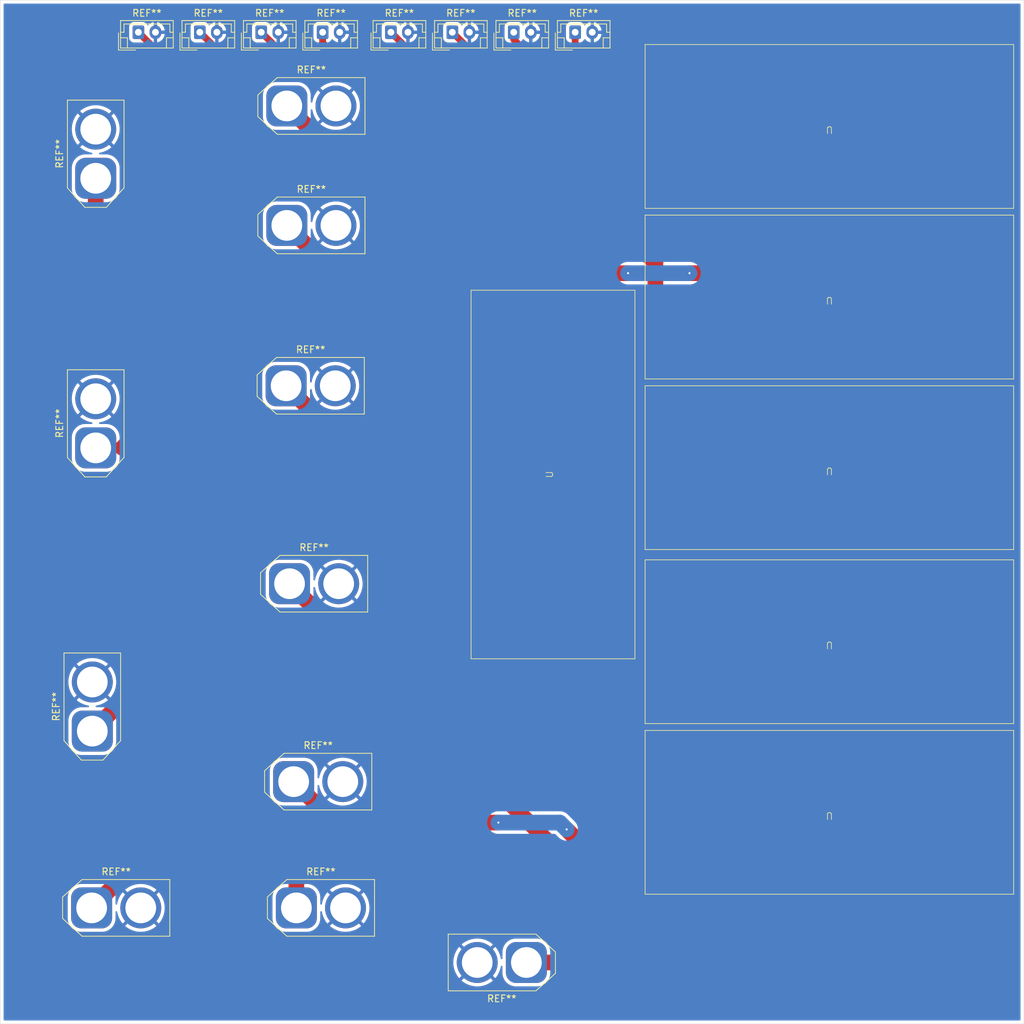
<source format=kicad_pcb>
(kicad_pcb (version 20241229) (generator "pcbnew") (generator_version "9.0")
  (layers (0 "F.Cu" signal) (2 "B.Cu" signal) (13 "F.Paste" user) (15 "B.Paste" user) (5 "F.SilkS" user "F.Silkscreen") (7 "B.SilkS" user "B.Silkscreen") (1 "F.Mask" user) (3 "B.Mask" user) (25 "Edge.Cuts" user))
  (net 0 "")
  (net 1 "GND")
  (footprint "Connector_AMASS:AMASS_XT60-F_1x02_P7.20mm_Vertical" (layer "F.Cu") (at 113.5 129)
    (property "Reference" "REF**" (at 3.6 -5.3 0) (layer "F.SilkS"))
    (property "Value" "AMASS_XT60-F_1x02_P7.20mm_Vertical")
    (fp_line (start -4.25 -1.6) (end -4.25 1.55) (stroke (width 0.12)) (layer "F.SilkS"))
    (fp_line (start -4.25 1.55) (end -1.4 4.15) (stroke (width 0.12)) (layer "F.SilkS"))
    (fp_line (start -1.4 -4.15) (end -4.25 -1.6) (stroke (width 0.12)) (layer "F.SilkS"))
    (fp_line (start -1.4 4.15) (end 11.45 4.15) (stroke (width 0.12)) (layer "F.SilkS"))
    (fp_line (start 11.45 -4.15) (end -1.4 -4.15) (stroke (width 0.12)) (layer "F.SilkS"))
    (fp_line (start 11.45 4.15) (end 11.45 -4.15) (stroke (width 0.12)) (layer "F.SilkS"))
    (pad "1" thru_hole roundrect (at 0 0) (size 6 6) (drill 4.5) (layers "*.Cu" "*.Mask"))
    (pad "2" thru_hole circle (at 7.2 0) (size 6 6) (drill 4.5) (layers "*.Cu" "*.Mask") (net 1 "GND"))
  )
  (footprint "Connector_AMASS:AMASS_XT60-F_1x02_P7.20mm_Vertical" (layer "F.Cu") (at 112.9 100)
    (property "Reference" "REF**" (at 3.6 -5.3 0) (layer "F.SilkS"))
    (property "Value" "AMASS_XT60-F_1x02_P7.20mm_Vertical")
    (fp_line (start -4.25 -1.6) (end -4.25 1.55) (stroke (width 0.12)) (layer "F.SilkS"))
    (fp_line (start -4.25 1.55) (end -1.4 4.15) (stroke (width 0.12)) (layer "F.SilkS"))
    (fp_line (start -1.4 -4.15) (end -4.25 -1.6) (stroke (width 0.12)) (layer "F.SilkS"))
    (fp_line (start -1.4 4.15) (end 11.45 4.15) (stroke (width 0.12)) (layer "F.SilkS"))
    (fp_line (start 11.45 -4.15) (end -1.4 -4.15) (stroke (width 0.12)) (layer "F.SilkS"))
    (fp_line (start 11.45 4.15) (end 11.45 -4.15) (stroke (width 0.12)) (layer "F.SilkS"))
    (pad "1" thru_hole roundrect (at 0 0) (size 6 6) (drill 4.5) (layers "*.Cu" "*.Mask"))
    (pad "2" thru_hole circle (at 7.2 0) (size 6 6) (drill 4.5) (layers "*.Cu" "*.Mask") (net 1 "GND"))
  )
  (footprint "Connector_JST:JST_EH_B2B-EH-A_1x02_P2.50mm_Vertical" (layer "F.Cu") (at 154.75 19.2)
    (property "Reference" "REF**" (at 1.25 -2.8 0) (layer "F.SilkS"))
    (property "Value" "JST_EH_B2B-EH-A_1x02_P2.50mm_Vertical")
    (fp_line (start -2.91 0.11) (end -2.91 2.61) (stroke (width 0.12)) (layer "F.SilkS") (net 108))
    (fp_line (start -2.91 2.61) (end -0.41 2.61) (stroke (width 0.12)) (layer "F.SilkS") (net 108))
    (fp_line (start -2.61 -1.71) (end -2.61 2.31) (stroke (width 0.12)) (layer "F.SilkS") (net 108))
    (fp_line (start -2.61 0) (end -2.11 0) (stroke (width 0.12)) (layer "F.SilkS") (net 108))
    (fp_line (start -2.61 0.81) (end -1.61 0.81) (stroke (width 0.12)) (layer "F.SilkS") (net 108))
    (fp_line (start -2.61 2.31) (end 5.11 2.31) (stroke (width 0.12)) (layer "F.SilkS") (net 108))
    (fp_line (start -2.11 -1.21) (end 4.61 -1.21) (stroke (width 0.12)) (layer "F.SilkS") (net 108))
    (fp_line (start -2.11 0) (end -2.11 -1.21) (stroke (width 0.12)) (layer "F.SilkS") (net 108))
    (fp_line (start -1.61 0.81) (end -1.61 2.31) (stroke (width 0.12)) (layer "F.SilkS") (net 108))
    (fp_line (start 4.11 0.81) (end 4.11 2.31) (stroke (width 0.12)) (layer "F.SilkS") (net 108))
    (fp_line (start 4.61 -1.21) (end 4.61 0) (stroke (width 0.12)) (layer "F.SilkS") (net 108))
    (fp_line (start 4.61 0) (end 5.11 0) (stroke (width 0.12)) (layer "F.SilkS") (net 108))
    (fp_line (start 5.11 -1.71) (end -2.61 -1.71) (stroke (width 0.12)) (layer "F.SilkS") (net 108))
    (fp_line (start 5.11 0.81) (end 4.11 0.81) (stroke (width 0.12)) (layer "F.SilkS") (net 108))
    (fp_line (start 5.11 2.31) (end 5.11 -1.71) (stroke (width 0.12)) (layer "F.SilkS") (net 108))
    (pad "1" thru_hole roundrect (at 0 0) (size 1.7 2) (drill 1) (layers "*.Cu" "*.Mask") (roundrect_rratio 0.147059))
    (pad "2" thru_hole oval (at 2.5 0) (size 1.7 2) (drill 1) (layers "*.Cu" "*.Mask") (net 1 "GND"))
  )
  (footprint "Connector_JST:JST_EH_B2B-EH-A_1x02_P2.50mm_Vertical" (layer "F.Cu") (at 90.75 19.2)
    (property "Reference" "REF**" (at 1.25 -2.8 0) (layer "F.SilkS"))
    (property "Value" "JST_EH_B2B-EH-A_1x02_P2.50mm_Vertical")
    (fp_line (start -2.91 0.11) (end -2.91 2.61) (stroke (width 0.12)) (layer "F.SilkS") (net 108))
    (fp_line (start -2.91 2.61) (end -0.41 2.61) (stroke (width 0.12)) (layer "F.SilkS") (net 108))
    (fp_line (start -2.61 -1.71) (end -2.61 2.31) (stroke (width 0.12)) (layer "F.SilkS") (net 108))
    (fp_line (start -2.61 0) (end -2.11 0) (stroke (width 0.12)) (layer "F.SilkS") (net 108))
    (fp_line (start -2.61 0.81) (end -1.61 0.81) (stroke (width 0.12)) (layer "F.SilkS") (net 108))
    (fp_line (start -2.61 2.31) (end 5.11 2.31) (stroke (width 0.12)) (layer "F.SilkS") (net 108))
    (fp_line (start -2.11 -1.21) (end 4.61 -1.21) (stroke (width 0.12)) (layer "F.SilkS") (net 108))
    (fp_line (start -2.11 0) (end -2.11 -1.21) (stroke (width 0.12)) (layer "F.SilkS") (net 108))
    (fp_line (start -1.61 0.81) (end -1.61 2.31) (stroke (width 0.12)) (layer "F.SilkS") (net 108))
    (fp_line (start 4.11 0.81) (end 4.11 2.31) (stroke (width 0.12)) (layer "F.SilkS") (net 108))
    (fp_line (start 4.61 -1.21) (end 4.61 0) (stroke (width 0.12)) (layer "F.SilkS") (net 108))
    (fp_line (start 4.61 0) (end 5.11 0) (stroke (width 0.12)) (layer "F.SilkS") (net 108))
    (fp_line (start 5.11 -1.71) (end -2.61 -1.71) (stroke (width 0.12)) (layer "F.SilkS") (net 108))
    (fp_line (start 5.11 0.81) (end 4.11 0.81) (stroke (width 0.12)) (layer "F.SilkS") (net 108))
    (fp_line (start 5.11 2.31) (end 5.11 -1.71) (stroke (width 0.12)) (layer "F.SilkS") (net 108))
    (pad "1" thru_hole roundrect (at 0 0) (size 1.7 2) (drill 1) (layers "*.Cu" "*.Mask") (roundrect_rratio 0.147059))
    (pad "2" thru_hole oval (at 2.5 0) (size 1.7 2) (drill 1) (layers "*.Cu" "*.Mask") (net 1 "GND"))
  )
  (footprint "Connector_JST:JST_EH_B2B-EH-A_1x02_P2.50mm_Vertical" (layer "F.Cu") (at 117.75 19.2)
    (property "Reference" "REF**" (at 1.25 -2.8 0) (layer "F.SilkS"))
    (property "Value" "JST_EH_B2B-EH-A_1x02_P2.50mm_Vertical")
    (fp_line (start -2.91 0.11) (end -2.91 2.61) (stroke (width 0.12)) (layer "F.SilkS") (net 108))
    (fp_line (start -2.91 2.61) (end -0.41 2.61) (stroke (width 0.12)) (layer "F.SilkS") (net 108))
    (fp_line (start -2.61 -1.71) (end -2.61 2.31) (stroke (width 0.12)) (layer "F.SilkS") (net 108))
    (fp_line (start -2.61 0) (end -2.11 0) (stroke (width 0.12)) (layer "F.SilkS") (net 108))
    (fp_line (start -2.61 0.81) (end -1.61 0.81) (stroke (width 0.12)) (layer "F.SilkS") (net 108))
    (fp_line (start -2.61 2.31) (end 5.11 2.31) (stroke (width 0.12)) (layer "F.SilkS") (net 108))
    (fp_line (start -2.11 -1.21) (end 4.61 -1.21) (stroke (width 0.12)) (layer "F.SilkS") (net 108))
    (fp_line (start -2.11 0) (end -2.11 -1.21) (stroke (width 0.12)) (layer "F.SilkS") (net 108))
    (fp_line (start -1.61 0.81) (end -1.61 2.31) (stroke (width 0.12)) (layer "F.SilkS") (net 108))
    (fp_line (start 4.11 0.81) (end 4.11 2.31) (stroke (width 0.12)) (layer "F.SilkS") (net 108))
    (fp_line (start 4.61 -1.21) (end 4.61 0) (stroke (width 0.12)) (layer "F.SilkS") (net 108))
    (fp_line (start 4.61 0) (end 5.11 0) (stroke (width 0.12)) (layer "F.SilkS") (net 108))
    (fp_line (start 5.11 -1.71) (end -2.61 -1.71) (stroke (width 0.12)) (layer "F.SilkS") (net 108))
    (fp_line (start 5.11 0.81) (end 4.11 0.81) (stroke (width 0.12)) (layer "F.SilkS") (net 108))
    (fp_line (start 5.11 2.31) (end 5.11 -1.71) (stroke (width 0.12)) (layer "F.SilkS") (net 108))
    (pad "1" thru_hole roundrect (at 0 0) (size 1.7 2) (drill 1) (layers "*.Cu" "*.Mask") (roundrect_rratio 0.147059))
    (pad "2" thru_hole oval (at 2.5 0) (size 1.7 2) (drill 1) (layers "*.Cu" "*.Mask") (net 1 "GND"))
  )
  (footprint "XL4015:XL4015" (layer "F.Cu") (at 192 58 180)
    (property "Reference" "U" (at 0 -0.5 180) (layer "F.SilkS") (effects (font (thickness 0.1))))
    (property "Value" "XL4015")
    (fp_line (start 27 12) (end -27 12) (stroke (width 0.1)) (layer "F.SilkS"))
    (fp_line (start 27 -12) (end 27 12) (stroke (width 0.1)) (layer "F.SilkS"))
    (fp_line (start -27 12) (end -27 -12) (stroke (width 0.1)) (layer "F.SilkS"))
    (fp_line (start -27 -12) (end 27 -12) (stroke (width 0.1)) (layer "F.SilkS"))
    (pad "1" smd rect (at -25.5 -10.5 180) (size 2 2) (layers "F.Cu" "F.Mask" "F.Paste"))
    (pad "2" smd rect (at -25.5 10.5 180) (size 2 2) (layers "F.Cu" "F.Mask" "F.Paste") (net 1 "GND"))
    (pad "3" smd rect (at 25.5 -10.5 180) (size 2 2) (layers "F.Cu" "F.Mask" "F.Paste"))
    (pad "4" smd rect (at 25.5 10.5 180) (size 2 2) (layers "F.Cu" "F.Mask" "F.Paste") (net 1 "GND"))
  )
  (footprint "XL4015:XL4015" (layer "F.Cu") (at 192 83 180)
    (property "Reference" "U" (at 0 -0.5 180) (layer "F.SilkS") (effects (font (thickness 0.1))))
    (property "Value" "XL4015")
    (fp_line (start 27 12) (end -27 12) (stroke (width 0.1)) (layer "F.SilkS"))
    (fp_line (start 27 -12) (end 27 12) (stroke (width 0.1)) (layer "F.SilkS"))
    (fp_line (start -27 12) (end -27 -12) (stroke (width 0.1)) (layer "F.SilkS"))
    (fp_line (start -27 -12) (end 27 -12) (stroke (width 0.1)) (layer "F.SilkS"))
    (pad "1" smd rect (at -25.5 -10.5 180) (size 2 2) (layers "F.Cu" "F.Mask" "F.Paste"))
    (pad "2" smd rect (at -25.5 10.5 180) (size 2 2) (layers "F.Cu" "F.Mask" "F.Paste") (net 1 "GND"))
    (pad "3" smd rect (at 25.5 -10.5 180) (size 2 2) (layers "F.Cu" "F.Mask" "F.Paste"))
    (pad "4" smd rect (at 25.5 10.5 180) (size 2 2) (layers "F.Cu" "F.Mask" "F.Paste") (net 1 "GND"))
  )
  (footprint "Connector_JST:JST_EH_B2B-EH-A_1x02_P2.50mm_Vertical" (layer "F.Cu") (at 108.75 19.2)
    (property "Reference" "REF**" (at 1.25 -2.8 0) (layer "F.SilkS"))
    (property "Value" "JST_EH_B2B-EH-A_1x02_P2.50mm_Vertical")
    (fp_line (start -2.91 0.11) (end -2.91 2.61) (stroke (width 0.12)) (layer "F.SilkS") (net 108))
    (fp_line (start -2.91 2.61) (end -0.41 2.61) (stroke (width 0.12)) (layer "F.SilkS") (net 108))
    (fp_line (start -2.61 -1.71) (end -2.61 2.31) (stroke (width 0.12)) (layer "F.SilkS") (net 108))
    (fp_line (start -2.61 0) (end -2.11 0) (stroke (width 0.12)) (layer "F.SilkS") (net 108))
    (fp_line (start -2.61 0.81) (end -1.61 0.81) (stroke (width 0.12)) (layer "F.SilkS") (net 108))
    (fp_line (start -2.61 2.31) (end 5.11 2.31) (stroke (width 0.12)) (layer "F.SilkS") (net 108))
    (fp_line (start -2.11 -1.21) (end 4.61 -1.21) (stroke (width 0.12)) (layer "F.SilkS") (net 108))
    (fp_line (start -2.11 0) (end -2.11 -1.21) (stroke (width 0.12)) (layer "F.SilkS") (net 108))
    (fp_line (start -1.61 0.81) (end -1.61 2.31) (stroke (width 0.12)) (layer "F.SilkS") (net 108))
    (fp_line (start 4.11 0.81) (end 4.11 2.31) (stroke (width 0.12)) (layer "F.SilkS") (net 108))
    (fp_line (start 4.61 -1.21) (end 4.61 0) (stroke (width 0.12)) (layer "F.SilkS") (net 108))
    (fp_line (start 4.61 0) (end 5.11 0) (stroke (width 0.12)) (layer "F.SilkS") (net 108))
    (fp_line (start 5.11 -1.71) (end -2.61 -1.71) (stroke (width 0.12)) (layer "F.SilkS") (net 108))
    (fp_line (start 5.11 0.81) (end 4.11 0.81) (stroke (width 0.12)) (layer "F.SilkS") (net 108))
    (fp_line (start 5.11 2.31) (end 5.11 -1.71) (stroke (width 0.12)) (layer "F.SilkS") (net 108))
    (pad "1" thru_hole roundrect (at 0 0) (size 1.7 2) (drill 1) (layers "*.Cu" "*.Mask") (roundrect_rratio 0.147059))
    (pad "2" thru_hole oval (at 2.5 0) (size 1.7 2) (drill 1) (layers "*.Cu" "*.Mask") (net 1 "GND"))
  )
  (footprint "Connector_AMASS:AMASS_XT60-F_1x02_P7.20mm_Vertical" (layer "F.Cu") (at 112.4 71)
    (property "Reference" "REF**" (at 3.6 -5.3 0) (layer "F.SilkS"))
    (property "Value" "AMASS_XT60-F_1x02_P7.20mm_Vertical")
    (fp_line (start -4.25 -1.6) (end -4.25 1.55) (stroke (width 0.12)) (layer "F.SilkS"))
    (fp_line (start -4.25 1.55) (end -1.4 4.15) (stroke (width 0.12)) (layer "F.SilkS"))
    (fp_line (start -1.4 -4.15) (end -4.25 -1.6) (stroke (width 0.12)) (layer "F.SilkS"))
    (fp_line (start -1.4 4.15) (end 11.45 4.15) (stroke (width 0.12)) (layer "F.SilkS"))
    (fp_line (start 11.45 -4.15) (end -1.4 -4.15) (stroke (width 0.12)) (layer "F.SilkS"))
    (fp_line (start 11.45 4.15) (end 11.45 -4.15) (stroke (width 0.12)) (layer "F.SilkS"))
    (pad "1" thru_hole roundrect (at 0 0) (size 6 6) (drill 4.5) (layers "*.Cu" "*.Mask"))
    (pad "2" thru_hole circle (at 7.2 0) (size 6 6) (drill 4.5) (layers "*.Cu" "*.Mask") (net 1 "GND"))
  )
  (footprint "Connector_AMASS:AMASS_XT60-F_1x02_P7.20mm_Vertical" (layer "F.Cu") (at 84.5 80.1 90)
    (property "Reference" "REF**" (at 3.6 -5.3 90) (layer "F.SilkS"))
    (property "Value" "AMASS_XT60-F_1x02_P7.20mm_Vertical")
    (fp_line (start 11.45 -4.15) (end -1.4 -4.15) (stroke (width 0.12)) (layer "F.SilkS"))
    (fp_line (start -1.4 -4.15) (end -4.25 -1.6) (stroke (width 0.12)) (layer "F.SilkS"))
    (fp_line (start -4.25 -1.6) (end -4.25 1.55) (stroke (width 0.12)) (layer "F.SilkS"))
    (fp_line (start -4.25 1.55) (end -1.4 4.15) (stroke (width 0.12)) (layer "F.SilkS"))
    (fp_line (start 11.45 4.15) (end 11.45 -4.15) (stroke (width 0.12)) (layer "F.SilkS"))
    (fp_line (start -1.4 4.15) (end 11.45 4.15) (stroke (width 0.12)) (layer "F.SilkS"))
    (pad "1" thru_hole roundrect (at 0 0 90) (size 6 6) (drill 4.5) (layers "*.Cu" "*.Mask"))
    (pad "2" thru_hole circle (at 7.2 0 90) (size 6 6) (drill 4.5) (layers "*.Cu" "*.Mask") (net 1 "GND"))
  )
  (footprint "Connector_JST:JST_EH_B2B-EH-A_1x02_P2.50mm_Vertical" (layer "F.Cu") (at 99.75 19.2)
    (property "Reference" "REF**" (at 1.25 -2.8 0) (layer "F.SilkS"))
    (property "Value" "JST_EH_B2B-EH-A_1x02_P2.50mm_Vertical")
    (fp_line (start -2.91 0.11) (end -2.91 2.61) (stroke (width 0.12)) (layer "F.SilkS") (net 108))
    (fp_line (start -2.91 2.61) (end -0.41 2.61) (stroke (width 0.12)) (layer "F.SilkS") (net 108))
    (fp_line (start -2.61 -1.71) (end -2.61 2.31) (stroke (width 0.12)) (layer "F.SilkS") (net 108))
    (fp_line (start -2.61 0) (end -2.11 0) (stroke (width 0.12)) (layer "F.SilkS") (net 108))
    (fp_line (start -2.61 0.81) (end -1.61 0.81) (stroke (width 0.12)) (layer "F.SilkS") (net 108))
    (fp_line (start -2.61 2.31) (end 5.11 2.31) (stroke (width 0.12)) (layer "F.SilkS") (net 108))
    (fp_line (start -2.11 -1.21) (end 4.61 -1.21) (stroke (width 0.12)) (layer "F.SilkS") (net 108))
    (fp_line (start -2.11 0) (end -2.11 -1.21) (stroke (width 0.12)) (layer "F.SilkS") (net 108))
    (fp_line (start -1.61 0.81) (end -1.61 2.31) (stroke (width 0.12)) (layer "F.SilkS") (net 108))
    (fp_line (start 4.11 0.81) (end 4.11 2.31) (stroke (width 0.12)) (layer "F.SilkS") (net 108))
    (fp_line (start 4.61 -1.21) (end 4.61 0) (stroke (width 0.12)) (layer "F.SilkS") (net 108))
    (fp_line (start 4.61 0) (end 5.11 0) (stroke (width 0.12)) (layer "F.SilkS") (net 108))
    (fp_line (start 5.11 -1.71) (end -2.61 -1.71) (stroke (width 0.12)) (layer "F.SilkS") (net 108))
    (fp_line (start 5.11 0.81) (end 4.11 0.81) (stroke (width 0.12)) (layer "F.SilkS") (net 108))
    (fp_line (start 5.11 2.31) (end 5.11 -1.71) (stroke (width 0.12)) (layer "F.SilkS") (net 108))
    (pad "1" thru_hole roundrect (at 0 0) (size 1.7 2) (drill 1) (layers "*.Cu" "*.Mask") (roundrect_rratio 0.147059))
    (pad "2" thru_hole oval (at 2.5 0) (size 1.7 2) (drill 1) (layers "*.Cu" "*.Mask") (net 1 "GND"))
  )
  (footprint "XL4015:XL4015" (layer "F.Cu") (at 151.5 84 90)
    (property "Reference" "U" (at 0 -0.5 90) (layer "F.SilkS") (effects (font (thickness 0.1))))
    (property "Value" "XL4015")
    (fp_line (start 27 -12) (end 27 12) (stroke (width 0.1)) (layer "F.SilkS"))
    (fp_line (start -27 -12) (end 27 -12) (stroke (width 0.1)) (layer "F.SilkS"))
    (fp_line (start 27 12) (end -27 12) (stroke (width 0.1)) (layer "F.SilkS"))
    (fp_line (start -27 12) (end -27 -12) (stroke (width 0.1)) (layer "F.SilkS"))
    (pad "1" smd rect (at -25.5 -10.5 90) (size 2 2) (layers "F.Cu" "F.Mask" "F.Paste"))
    (pad "2" smd rect (at -25.5 10.5 90) (size 2 2) (layers "F.Cu" "F.Mask" "F.Paste") (net 1 "GND"))
    (pad "3" smd rect (at 25.5 -10.5 90) (size 2 2) (layers "F.Cu" "F.Mask" "F.Paste"))
    (pad "4" smd rect (at 25.5 10.5 90) (size 2 2) (layers "F.Cu" "F.Mask" "F.Paste") (net 1 "GND"))
  )
  (footprint "XL4015:XL4015" (layer "F.Cu") (at 192 108.5 180)
    (property "Reference" "U" (at 0 -0.5 180) (layer "F.SilkS") (effects (font (thickness 0.1))))
    (property "Value" "XL4015")
    (fp_line (start 27 12) (end -27 12) (stroke (width 0.1)) (layer "F.SilkS"))
    (fp_line (start 27 -12) (end 27 12) (stroke (width 0.1)) (layer "F.SilkS"))
    (fp_line (start -27 12) (end -27 -12) (stroke (width 0.1)) (layer "F.SilkS"))
    (fp_line (start -27 -12) (end 27 -12) (stroke (width 0.1)) (layer "F.SilkS"))
    (pad "1" smd rect (at -25.5 -10.5 180) (size 2 2) (layers "F.Cu" "F.Mask" "F.Paste"))
    (pad "2" smd rect (at -25.5 10.5 180) (size 2 2) (layers "F.Cu" "F.Mask" "F.Paste") (net 1 "GND"))
    (pad "3" smd rect (at 25.5 -10.5 180) (size 2 2) (layers "F.Cu" "F.Mask" "F.Paste"))
    (pad "4" smd rect (at 25.5 10.5 180) (size 2 2) (layers "F.Cu" "F.Mask" "F.Paste") (net 1 "GND"))
  )
  (footprint "Connector_JST:JST_EH_B2B-EH-A_1x02_P2.50mm_Vertical" (layer "F.Cu") (at 136.75 19.2)
    (property "Reference" "REF**" (at 1.25 -2.8 0) (layer "F.SilkS"))
    (property "Value" "JST_EH_B2B-EH-A_1x02_P2.50mm_Vertical")
    (fp_line (start -2.91 0.11) (end -2.91 2.61) (stroke (width 0.12)) (layer "F.SilkS") (net 108))
    (fp_line (start -2.91 2.61) (end -0.41 2.61) (stroke (width 0.12)) (layer "F.SilkS") (net 108))
    (fp_line (start -2.61 -1.71) (end -2.61 2.31) (stroke (width 0.12)) (layer "F.SilkS") (net 108))
    (fp_line (start -2.61 0) (end -2.11 0) (stroke (width 0.12)) (layer "F.SilkS") (net 108))
    (fp_line (start -2.61 0.81) (end -1.61 0.81) (stroke (width 0.12)) (layer "F.SilkS") (net 108))
    (fp_line (start -2.61 2.31) (end 5.11 2.31) (stroke (width 0.12)) (layer "F.SilkS") (net 108))
    (fp_line (start -2.11 -1.21) (end 4.61 -1.21) (stroke (width 0.12)) (layer "F.SilkS") (net 108))
    (fp_line (start -2.11 0) (end -2.11 -1.21) (stroke (width 0.12)) (layer "F.SilkS") (net 108))
    (fp_line (start -1.61 0.81) (end -1.61 2.31) (stroke (width 0.12)) (layer "F.SilkS") (net 108))
    (fp_line (start 4.11 0.81) (end 4.11 2.31) (stroke (width 0.12)) (layer "F.SilkS") (net 108))
    (fp_line (start 4.61 -1.21) (end 4.61 0) (stroke (width 0.12)) (layer "F.SilkS") (net 108))
    (fp_line (start 4.61 0) (end 5.11 0) (stroke (width 0.12)) (layer "F.SilkS") (net 108))
    (fp_line (start 5.11 -1.71) (end -2.61 -1.71) (stroke (width 0.12)) (layer "F.SilkS") (net 108))
    (fp_line (start 5.11 0.81) (end 4.11 0.81) (stroke (width 0.12)) (layer "F.SilkS") (net 108))
    (fp_line (start 5.11 2.31) (end 5.11 -1.71) (stroke (width 0.12)) (layer "F.SilkS") (net 108))
    (pad "1" thru_hole roundrect (at 0 0) (size 1.7 2) (drill 1) (layers "*.Cu" "*.Mask") (roundrect_rratio 0.147059))
    (pad "2" thru_hole oval (at 2.5 0) (size 1.7 2) (drill 1) (layers "*.Cu" "*.Mask") (net 1 "GND"))
  )
  (footprint "Connector_AMASS:AMASS_XT60-F_1x02_P7.20mm_Vertical" (layer "F.Cu") (at 112.5 30)
    (property "Reference" "REF**" (at 3.6 -5.3 0) (layer "F.SilkS"))
    (property "Value" "AMASS_XT60-F_1x02_P7.20mm_Vertical")
    (fp_line (start -4.25 -1.6) (end -4.25 1.55) (stroke (width 0.12)) (layer "F.SilkS"))
    (fp_line (start -4.25 1.55) (end -1.4 4.15) (stroke (width 0.12)) (layer "F.SilkS"))
    (fp_line (start -1.4 -4.15) (end -4.25 -1.6) (stroke (width 0.12)) (layer "F.SilkS"))
    (fp_line (start -1.4 4.15) (end 11.45 4.15) (stroke (width 0.12)) (layer "F.SilkS"))
    (fp_line (start 11.45 -4.15) (end -1.4 -4.15) (stroke (width 0.12)) (layer "F.SilkS"))
    (fp_line (start 11.45 4.15) (end 11.45 -4.15) (stroke (width 0.12)) (layer "F.SilkS"))
    (pad "1" thru_hole roundrect (at 0 0) (size 6 6) (drill 4.5) (layers "*.Cu" "*.Mask"))
    (pad "2" thru_hole circle (at 7.2 0) (size 6 6) (drill 4.5) (layers "*.Cu" "*.Mask") (net 1 "GND"))
  )
  (footprint "Connector_AMASS:AMASS_XT60-F_1x02_P7.20mm_Vertical" (layer "F.Cu") (at 84 121.6 90)
    (property "Reference" "REF**" (at 3.6 -5.3 90) (layer "F.SilkS"))
    (property "Value" "AMASS_XT60-F_1x02_P7.20mm_Vertical")
    (fp_line (start 11.45 -4.15) (end -1.4 -4.15) (stroke (width 0.12)) (layer "F.SilkS"))
    (fp_line (start -1.4 -4.15) (end -4.25 -1.6) (stroke (width 0.12)) (layer "F.SilkS"))
    (fp_line (start -4.25 -1.6) (end -4.25 1.55) (stroke (width 0.12)) (layer "F.SilkS"))
    (fp_line (start -4.25 1.55) (end -1.4 4.15) (stroke (width 0.12)) (layer "F.SilkS"))
    (fp_line (start 11.45 4.15) (end 11.45 -4.15) (stroke (width 0.12)) (layer "F.SilkS"))
    (fp_line (start -1.4 4.15) (end 11.45 4.15) (stroke (width 0.12)) (layer "F.SilkS"))
    (pad "1" thru_hole roundrect (at 0 0 90) (size 6 6) (drill 4.5) (layers "*.Cu" "*.Mask"))
    (pad "2" thru_hole circle (at 7.2 0 90) (size 6 6) (drill 4.5) (layers "*.Cu" "*.Mask") (net 1 "GND"))
  )
  (footprint "Connector_AMASS:AMASS_XT60-M_1x02_P7.20mm_Vertical" (layer "F.Cu") (at 147.6 155.5 180)
    (property "Reference" "REF**" (at 3.6 -5.3 0) (layer "F.SilkS"))
    (property "Value" "AMASS_XT60-M_1x02_P7.20mm_Vertical")
    (fp_line (start 11.45 4.15) (end 11.45 -4.15) (stroke (width 0.12)) (layer "F.SilkS"))
    (fp_line (start 11.45 -4.15) (end -1.4 -4.15) (stroke (width 0.12)) (layer "F.SilkS"))
    (fp_line (start -1.4 4.15) (end 11.45 4.15) (stroke (width 0.12)) (layer "F.SilkS"))
    (fp_line (start -1.4 -4.15) (end -4.25 -1.6) (stroke (width 0.12)) (layer "F.SilkS"))
    (fp_line (start -4.25 1.55) (end -1.4 4.15) (stroke (width 0.12)) (layer "F.SilkS"))
    (fp_line (start -4.25 -1.6) (end -4.25 1.55) (stroke (width 0.12)) (layer "F.SilkS"))
    (pad "1" thru_hole roundrect (at 0 0 180) (size 6 6) (drill 4.5) (layers "*.Cu" "*.Mask"))
    (pad "2" thru_hole circle (at 7.2 0 180) (size 6 6) (drill 4.5) (layers "*.Cu" "*.Mask") (net 1 "GND"))
  )
  (footprint "XL4015:XL4015" (layer "F.Cu") (at 192 133.5 180)
    (property "Reference" "U" (at 0 -0.5 180) (layer "F.SilkS") (effects (font (thickness 0.1))))
    (property "Value" "XL4015")
    (fp_line (start 27 12) (end -27 12) (stroke (width 0.1)) (layer "F.SilkS"))
    (fp_line (start 27 -12) (end 27 12) (stroke (width 0.1)) (layer "F.SilkS"))
    (fp_line (start -27 12) (end -27 -12) (stroke (width 0.1)) (layer "F.SilkS"))
    (fp_line (start -27 -12) (end 27 -12) (stroke (width 0.1)) (layer "F.SilkS"))
    (pad "1" smd rect (at -25.5 -10.5 180) (size 2 2) (layers "F.Cu" "F.Mask" "F.Paste"))
    (pad "2" smd rect (at -25.5 10.5 180) (size 2 2) (layers "F.Cu" "F.Mask" "F.Paste") (net 1 "GND"))
    (pad "3" smd rect (at 25.5 -10.5 180) (size 2 2) (layers "F.Cu" "F.Mask" "F.Paste"))
    (pad "4" smd rect (at 25.5 10.5 180) (size 2 2) (layers "F.Cu" "F.Mask" "F.Paste") (net 1 "GND"))
  )
  (footprint "Connector_JST:JST_EH_B2B-EH-A_1x02_P2.50mm_Vertical" (layer "F.Cu") (at 145.75 19.2)
    (property "Reference" "REF**" (at 1.25 -2.8 0) (layer "F.SilkS"))
    (property "Value" "JST_EH_B2B-EH-A_1x02_P2.50mm_Vertical")
    (fp_line (start -2.91 0.11) (end -2.91 2.61) (stroke (width 0.12)) (layer "F.SilkS") (net 108))
    (fp_line (start -2.91 2.61) (end -0.41 2.61) (stroke (width 0.12)) (layer "F.SilkS") (net 108))
    (fp_line (start -2.61 -1.71) (end -2.61 2.31) (stroke (width 0.12)) (layer "F.SilkS") (net 108))
    (fp_line (start -2.61 0) (end -2.11 0) (stroke (width 0.12)) (layer "F.SilkS") (net 108))
    (fp_line (start -2.61 0.81) (end -1.61 0.81) (stroke (width 0.12)) (layer "F.SilkS") (net 108))
    (fp_line (start -2.61 2.31) (end 5.11 2.31) (stroke (width 0.12)) (layer "F.SilkS") (net 108))
    (fp_line (start -2.11 -1.21) (end 4.61 -1.21) (stroke (width 0.12)) (layer "F.SilkS") (net 108))
    (fp_line (start -2.11 0) (end -2.11 -1.21) (stroke (width 0.12)) (layer "F.SilkS") (net 108))
    (fp_line (start -1.61 0.81) (end -1.61 2.31) (stroke (width 0.12)) (layer "F.SilkS") (net 108))
    (fp_line (start 4.11 0.81) (end 4.11 2.31) (stroke (width 0.12)) (layer "F.SilkS") (net 108))
    (fp_line (start 4.61 -1.21) (end 4.61 0) (stroke (width 0.12)) (layer "F.SilkS") (net 108))
    (fp_line (start 4.61 0) (end 5.11 0) (stroke (width 0.12)) (layer "F.SilkS") (net 108))
    (fp_line (start 5.11 -1.71) (end -2.61 -1.71) (stroke (width 0.12)) (layer "F.SilkS") (net 108))
    (fp_line (start 5.11 0.81) (end 4.11 0.81) (stroke (width 0.12)) (layer "F.SilkS") (net 108))
    (fp_line (start 5.11 2.31) (end 5.11 -1.71) (stroke (width 0.12)) (layer "F.SilkS") (net 108))
    (pad "1" thru_hole roundrect (at 0 0) (size 1.7 2) (drill 1) (layers "*.Cu" "*.Mask") (roundrect_rratio 0.147059))
    (pad "2" thru_hole oval (at 2.5 0) (size 1.7 2) (drill 1) (layers "*.Cu" "*.Mask") (net 1 "GND"))
  )
  (footprint "Connector_JST:JST_EH_B2B-EH-A_1x02_P2.50mm_Vertical" (layer "F.Cu") (at 127.75 19.2)
    (property "Reference" "REF**" (at 1.25 -2.8 0) (layer "F.SilkS"))
    (property "Value" "JST_EH_B2B-EH-A_1x02_P2.50mm_Vertical")
    (fp_line (start -2.91 0.11) (end -2.91 2.61) (stroke (width 0.12)) (layer "F.SilkS") (net 108))
    (fp_line (start -2.91 2.61) (end -0.41 2.61) (stroke (width 0.12)) (layer "F.SilkS") (net 108))
    (fp_line (start -2.61 -1.71) (end -2.61 2.31) (stroke (width 0.12)) (layer "F.SilkS") (net 108))
    (fp_line (start -2.61 0) (end -2.11 0) (stroke (width 0.12)) (layer "F.SilkS") (net 108))
    (fp_line (start -2.61 0.81) (end -1.61 0.81) (stroke (width 0.12)) (layer "F.SilkS") (net 108))
    (fp_line (start -2.61 2.31) (end 5.11 2.31) (stroke (width 0.12)) (layer "F.SilkS") (net 108))
    (fp_line (start -2.11 -1.21) (end 4.61 -1.21) (stroke (width 0.12)) (layer "F.SilkS") (net 108))
    (fp_line (start -2.11 0) (end -2.11 -1.21) (stroke (width 0.12)) (layer "F.SilkS") (net 108))
    (fp_line (start -1.61 0.81) (end -1.61 2.31) (stroke (width 0.12)) (layer "F.SilkS") (net 108))
    (fp_line (start 4.11 0.81) (end 4.11 2.31) (stroke (width 0.12)) (layer "F.SilkS") (net 108))
    (fp_line (start 4.61 -1.21) (end 4.61 0) (stroke (width 0.12)) (layer "F.SilkS") (net 108))
    (fp_line (start 4.61 0) (end 5.11 0) (stroke (width 0.12)) (layer "F.SilkS") (net 108))
    (fp_line (start 5.11 -1.71) (end -2.61 -1.71) (stroke (width 0.12)) (layer "F.SilkS") (net 108))
    (fp_line (start 5.11 0.81) (end 4.11 0.81) (stroke (width 0.12)) (layer "F.SilkS") (net 108))
    (fp_line (start 5.11 2.31) (end 5.11 -1.71) (stroke (width 0.12)) (layer "F.SilkS") (net 108))
    (pad "1" thru_hole roundrect (at 0 0) (size 1.7 2) (drill 1) (layers "*.Cu" "*.Mask") (roundrect_rratio 0.147059))
    (pad "2" thru_hole oval (at 2.5 0) (size 1.7 2) (drill 1) (layers "*.Cu" "*.Mask") (net 1 "GND"))
  )
  (footprint "Connector_AMASS:AMASS_XT60-F_1x02_P7.20mm_Vertical" (layer "F.Cu") (at 112.5 47.5)
    (property "Reference" "REF**" (at 3.6 -5.3 0) (layer "F.SilkS"))
    (property "Value" "AMASS_XT60-F_1x02_P7.20mm_Vertical")
    (fp_line (start -4.25 -1.6) (end -4.25 1.55) (stroke (width 0.12)) (layer "F.SilkS"))
    (fp_line (start -4.25 1.55) (end -1.4 4.15) (stroke (width 0.12)) (layer "F.SilkS"))
    (fp_line (start -1.4 -4.15) (end -4.25 -1.6) (stroke (width 0.12)) (layer "F.SilkS"))
    (fp_line (start -1.4 4.15) (end 11.45 4.15) (stroke (width 0.12)) (layer "F.SilkS"))
    (fp_line (start 11.45 -4.15) (end -1.4 -4.15) (stroke (width 0.12)) (layer "F.SilkS"))
    (fp_line (start 11.45 4.15) (end 11.45 -4.15) (stroke (width 0.12)) (layer "F.SilkS"))
    (pad "1" thru_hole roundrect (at 0 0) (size 6 6) (drill 4.5) (layers "*.Cu" "*.Mask"))
    (pad "2" thru_hole circle (at 7.2 0) (size 6 6) (drill 4.5) (layers "*.Cu" "*.Mask") (net 1 "GND"))
  )
  (footprint "Connector_AMASS:AMASS_XT60-F_1x02_P7.20mm_Vertical" (layer "F.Cu") (at 113.9 147.5)
    (property "Reference" "REF**" (at 3.6 -5.3 0) (layer "F.SilkS"))
    (property "Value" "AMASS_XT60-F_1x02_P7.20mm_Vertical")
    (fp_line (start -4.25 -1.6) (end -4.25 1.55) (stroke (width 0.12)) (layer "F.SilkS"))
    (fp_line (start -4.25 1.55) (end -1.4 4.15) (stroke (width 0.12)) (layer "F.SilkS"))
    (fp_line (start -1.4 -4.15) (end -4.25 -1.6) (stroke (width 0.12)) (layer "F.SilkS"))
    (fp_line (start -1.4 4.15) (end 11.45 4.15) (stroke (width 0.12)) (layer "F.SilkS"))
    (fp_line (start 11.45 -4.15) (end -1.4 -4.15) (stroke (width 0.12)) (layer "F.SilkS"))
    (fp_line (start 11.45 4.15) (end 11.45 -4.15) (stroke (width 0.12)) (layer "F.SilkS"))
    (pad "1" thru_hole roundrect (at 0 0) (size 6 6) (drill 4.5) (layers "*.Cu" "*.Mask"))
    (pad "2" thru_hole circle (at 7.2 0) (size 6 6) (drill 4.5) (layers "*.Cu" "*.Mask") (net 1 "GND"))
  )
  (footprint "XL4015:XL4015" (layer "F.Cu") (at 192 33 180)
    (property "Reference" "U" (at 0 -0.5 180) (layer "F.SilkS") (effects (font (thickness 0.1))))
    (property "Value" "XL4015")
    (fp_line (start 27 12) (end -27 12) (stroke (width 0.1)) (layer "F.SilkS"))
    (fp_line (start 27 -12) (end 27 12) (stroke (width 0.1)) (layer "F.SilkS"))
    (fp_line (start -27 12) (end -27 -12) (stroke (width 0.1)) (layer "F.SilkS"))
    (fp_line (start -27 -12) (end 27 -12) (stroke (width 0.1)) (layer "F.SilkS"))
    (pad "1" smd rect (at -25.5 -10.5 180) (size 2 2) (layers "F.Cu" "F.Mask" "F.Paste"))
    (pad "2" smd rect (at -25.5 10.5 180) (size 2 2) (layers "F.Cu" "F.Mask" "F.Paste") (net 1 "GND"))
    (pad "3" smd rect (at 25.5 -10.5 180) (size 2 2) (layers "F.Cu" "F.Mask" "F.Paste"))
    (pad "4" smd rect (at 25.5 10.5 180) (size 2 2) (layers "F.Cu" "F.Mask" "F.Paste") (net 1 "GND"))
  )
  (footprint "Connector_AMASS:AMASS_XT60-F_1x02_P7.20mm_Vertical" (layer "F.Cu") (at 83.9 147.5)
    (property "Reference" "REF**" (at 3.6 -5.3 0) (layer "F.SilkS"))
    (property "Value" "AMASS_XT60-F_1x02_P7.20mm_Vertical")
    (fp_line (start -4.25 -1.6) (end -4.25 1.55) (stroke (width 0.12)) (layer "F.SilkS"))
    (fp_line (start -4.25 1.55) (end -1.4 4.15) (stroke (width 0.12)) (layer "F.SilkS"))
    (fp_line (start -1.4 -4.15) (end -4.25 -1.6) (stroke (width 0.12)) (layer "F.SilkS"))
    (fp_line (start -1.4 4.15) (end 11.45 4.15) (stroke (width 0.12)) (layer "F.SilkS"))
    (fp_line (start 11.45 -4.15) (end -1.4 -4.15) (stroke (width 0.12)) (layer "F.SilkS"))
    (fp_line (start 11.45 4.15) (end 11.45 -4.15) (stroke (width 0.12)) (layer "F.SilkS"))
    (pad "1" thru_hole roundrect (at 0 0) (size 6 6) (drill 4.5) (layers "*.Cu" "*.Mask"))
    (pad "2" thru_hole circle (at 7.2 0) (size 6 6) (drill 4.5) (layers "*.Cu" "*.Mask") (net 1 "GND"))
  )
  (footprint "Connector_AMASS:AMASS_XT60-F_1x02_P7.20mm_Vertical" (layer "F.Cu") (at 84.5 40.6 90)
    (property "Reference" "REF**" (at 3.6 -5.3 90) (layer "F.SilkS"))
    (property "Value" "AMASS_XT60-F_1x02_P7.20mm_Vertical")
    (fp_line (start 11.45 -4.15) (end -1.4 -4.15) (stroke (width 0.12)) (layer "F.SilkS"))
    (fp_line (start -1.4 -4.15) (end -4.25 -1.6) (stroke (width 0.12)) (layer "F.SilkS"))
    (fp_line (start -4.25 -1.6) (end -4.25 1.55) (stroke (width 0.12)) (layer "F.SilkS"))
    (fp_line (start -4.25 1.55) (end -1.4 4.15) (stroke (width 0.12)) (layer "F.SilkS"))
    (fp_line (start 11.45 4.15) (end 11.45 -4.15) (stroke (width 0.12)) (layer "F.SilkS"))
    (fp_line (start -1.4 4.15) (end 11.45 4.15) (stroke (width 0.12)) (layer "F.SilkS"))
    (pad "1" thru_hole roundrect (at 0 0 90) (size 6 6) (drill 4.5) (layers "*.Cu" "*.Mask"))
    (pad "2" thru_hole circle (at 7.2 0 90) (size 6 6) (drill 4.5) (layers "*.Cu" "*.Mask") (net 1 "GND"))
  )
  (gr_rect (start 70.5 14.5) (end 220.5 164.5) (stroke (width 0.05)) (fill no) (layer "Edge.Cuts"))
  (segment (start 104 23) (end 103.55 23) (width 1) (layer "F.Cu") (net 0))
  (segment (start 132.55 24) (end 127.75 19.2) (width 1) (layer "F.Cu") (net 0))
  (segment (start 157.5 24) (end 154.75 21.25) (width 1) (layer "F.Cu") (net 0))
  (segment (start 166.5 144) (end 161.5 144) (width 2.3) (layer "F.Cu") (net 0))
  (segment (start 134.9 93.5) (end 112.4 71) (width 2.3) (layer "F.Cu") (net 0))
  (segment (start 159.5 24) (end 157.5 24) (width 2.3) (layer "F.Cu") (net 0))
  (segment (start 120 23) (end 117.75 20.75) (width 1) (layer "F.Cu") (net 0))
  (segment (start 200 54.5) (end 210.5 65) (width 2.3) (layer "F.Cu") (net 0))
  (segment (start 112.55 23) (end 108.75 19.2) (width 1) (layer "F.Cu") (net 0))
  (segment (start 157 119) (end 166.5 119) (width 2.3) (layer "F.Cu") (net 0))
  (segment (start 88.4 80.1) (end 84.5 80.1) (width 1) (layer "F.Cu") (net 0))
  (segment (start 112.9 100) (end 119.9 107) (width 2.3) (layer "F.Cu") (net 0))
  (segment (start 210.5 148) (end 210.5 122.5) (width 2.3) (layer "F.Cu") (net 0))
  (segment (start 147.6 155.5) (end 156.5 155.5) (width 2.3) (layer "F.Cu") (net 0))
  (segment (start 84.6 40.6) (end 84.5 40.6) (width 1) (layer "F.Cu") (net 0))
  (segment (start 141 128) (end 160 147) (width 2.3) (layer "F.Cu") (net 0))
  (segment (start 119.9 107) (end 145 107) (width 2.3) (layer "F.Cu") (net 0))
  (segment (start 100 105.6) (end 84 121.6) (width 2.3) (layer "F.Cu") (net 0))
  (segment (start 216.5 68.5) (end 217.5 68.5) (width 0.2) (layer "F.Cu") (net 0))
  (segment (start 84.5 47) (end 84.5 40.6) (width 2.3) (layer "F.Cu") (net 0))
  (segment (start 217.5 144) (end 214.5 144) (width 2.3) (layer "F.Cu") (net 0))
  (segment (start 161.5 144) (end 153.5 136) (width 2.3) (layer "F.Cu") (net 0))
  (segment (start 114 54.5) (end 92 54.5) (width 2.3) (layer "F.Cu") (net 0))
  (segment (start 166.5 68.5) (end 166.5 53) (width 2.3) (layer "F.Cu") (net 0))
  (segment (start 210.5 47.5) (end 210.5 65) (width 2.3) (layer "F.Cu") (net 0))
  (segment (start 171.5 54.5) (end 200 54.5) (width 2.3) (layer "F.Cu") (net 0))
  (segment (start 114 54.5) (end 88.4 80.1) (width 2.3) (layer "F.Cu") (net 0))
  (segment (start 119.5 135) (end 113.5 129) (width 2.3) (layer "F.Cu") (net 0))
  (segment (start 142 24) (end 141.55 24) (width 1) (layer "F.Cu") (net 0))
  (segment (start 157.5 24) (end 149.5 24) (width 2.3) (layer "F.Cu") (net 0))
  (segment (start 142 24) (end 132.55 24) (width 2.3) (layer "F.Cu") (net 0))
  (segment (start 104 23) (end 94.5 23) (width 2.3) (layer "F.Cu") (net 0))
  (segment (start 120 23) (end 113 23) (width 2.3) (layer "F.Cu") (net 0))
  (segment (start 203 155.5) (end 210.5 148) (width 2.3) (layer "F.Cu") (net 0))
  (segment (start 217.5 93.5) (end 215 93.5) (width 2.3) (layer "F.Cu") (net 0))
  (segment (start 119.5 135) (end 113.9 140.6) (width 2.3) (layer "F.Cu") (net 0))
  (segment (start 141 58.5) (end 115 58.5) (width 2.3) (layer "F.Cu") (net 0))
  (segment (start 215 93.5) (end 210.5 98) (width 2.3) (layer "F.Cu") (net 0))
  (segment (start 143.5 135) (end 119.5 135) (width 2.3) (layer "F.Cu") (net 0))
  (segment (start 210.5 122.5) (end 210.5 98) (width 2.3) (layer "F.Cu") (net 0))
  (segment (start 94.5 22.95) (end 90.75 19.2) (width 1) (layer "F.Cu") (net 0))
  (segment (start 145.75 20.25) (end 145.75 19.2) (width 1) (layer "F.Cu") (net 0))
  (segment (start 141.55 24) (end 136.75 19.2) (width 1) (layer "F.Cu") (net 0))
  (segment (start 113.9 140.6) (end 113.9 147.5) (width 2.3) (layer "F.Cu") (net 0))
  (segment (start 117.75 20.75) (end 117.75 19.2) (width 1) (layer "F.Cu") (net 0))
  (segment (start 112.5 47.5) (end 119.5 54.5) (width 2.3) (layer "F.Cu") (net 0))
  (segment (start 166.5 31) (end 159.5 24) (width 2.3) (layer "F.Cu") (net 0))
  (segment (start 166.5 93.5) (end 134.9 93.5) (width 2.3) (layer "F.Cu") (net 0))
  (segment (start 210.5 65) (end 210.5 74.5) (width 2.3) (layer "F.Cu") (net 0))
  (segment (start 113 23) (end 104 23) (width 2.3) (layer "F.Cu") (net 0))
  (segment (start 142 28.5) (end 132 28.5) (width 2.3) (layer "F.Cu") (net 0))
  (segment (start 214.5 144) (end 210.5 148) (width 2.3) (layer "F.Cu") (net 0))
  (segment (start 100 73.5) (end 100 105.6) (width 2.3) (layer "F.Cu") (net 0))
  (segment (start 115 58.5) (end 100 73.5) (width 2.3) (layer "F.Cu") (net 0))
  (segment (start 157 155.5) (end 203 155.5) (width 2.3) (layer "F.Cu") (net 0))
  (segment (start 90.8 140.6) (end 83.9 147.5) (width 2.3) (layer "F.Cu") (net 0))
  (segment (start 141 109.5) (end 141 128) (width 2.3) (layer "F.Cu") (net 0))
  (segment (start 154.75 21.25) (end 154.75 19.2) (width 1) (layer "F.Cu") (net 0))
  (segment (start 210.5 98) (end 210.5 74.5) (width 2.3) (layer "F.Cu") (net 0))
  (segment (start 145 107) (end 157 119) (width 2.3) (layer "F.Cu") (net 0))
  (segment (start 217.5 119) (end 214 119) (width 2.3) (layer "F.Cu") (net 0))
  (segment (start 160 152) (end 156.5 155.5) (width 2.3) (layer "F.Cu") (net 0))
  (segment (start 210.5 74.5) (end 216.5 68.5) (width 2.3) (layer "F.Cu") (net 0))
  (segment (start 137 54.5) (end 162.5 54.5) (width 2.3) (layer "F.Cu") (net 0))
  (segment (start 160 147) (end 160 152) (width 2.3) (layer "F.Cu") (net 0))
  (segment (start 149.5 24) (end 145.75 20.25) (width 1) (layer "F.Cu") (net 0))
  (segment (start 94.5 23) (end 94.5 22.95) (width 1) (layer "F.Cu") (net 0))
  (segment (start 103.55 23) (end 99.75 19.2) (width 1) (layer "F.Cu") (net 0))
  (segment (start 113 23) (end 112.55 23) (width 1) (layer "F.Cu") (net 0))
  (segment (start 113.9 140.6) (end 90.8 140.6) (width 2.3) (layer "F.Cu") (net 0))
  (segment (start 166.5 53) (end 142 28.5) (width 2.3) (layer "F.Cu") (net 0))
  (segment (start 166.5 43.5) (end 166.5 31) (width 2.3) (layer "F.Cu") (net 0))
  (segment (start 217.5 43.5) (end 214.5 43.5) (width 2.3) (layer "F.Cu") (net 0))
  (segment (start 156.5 155.5) (end 157 155.5) (width 0.2) (layer "F.Cu") (net 0))
  (segment (start 149.5 24) (end 142 24) (width 2.3) (layer "F.Cu") (net 0))
  (segment (start 112.5 30) (end 137 54.5) (width 2.3) (layer "F.Cu") (net 0))
  (segment (start 92 54.5) (end 84.5 47) (width 2.3) (layer "F.Cu") (net 0))
  (segment (start 119.5 54.5) (end 137 54.5) (width 2.3) (layer "F.Cu") (net 0))
  (segment (start 119.5 54.5) (end 114 54.5) (width 2.3) (layer "F.Cu") (net 0))
  (segment (start 214 119) (end 210.5 122.5) (width 2.3) (layer "F.Cu") (net 0))
  (segment (start 126.5 23) (end 120 23) (width 2.3) (layer "F.Cu") (net 0))
  (segment (start 132 28.5) (end 126.5 23) (width 2.3) (layer "F.Cu") (net 0))
  (segment (start 214.5 43.5) (end 210.5 47.5) (width 2.3) (layer "F.Cu") (net 0))
  (via (at 162.5 54.5) (size 0.5) (drill 0.3) (layers "F.Cu" "B.Cu") (net 0))
  (via (at 171.5 54.5) (size 0.5) (drill 0.3) (layers "F.Cu" "B.Cu") (net 0))
  (via (at 113.5 129) (size 0.6) (drill 0.3) (layers "F.Cu" "B.Cu") (net 0))
  (via (at 143.5 135) (size 0.6) (drill 0.3) (layers "F.Cu" "B.Cu") (net 0))
  (via (at 153.5 136) (size 0.6) (drill 0.3) (layers "F.Cu" "B.Cu") (net 0))
  (segment (start 162.5 54.5) (end 171.5 54.5) (width 2.3) (layer "B.Cu") (net 0))
  (segment (start 152.5 135) (end 143.5 135) (width 2.3) (layer "B.Cu") (net 0))
  (segment (start 153.5 136) (end 152.5 135) (width 2.3) (layer "B.Cu") (net 0))
  (zone (net 1) (net_name "GND") (layer "B.Cu") (connect_pads (clearance 0.5)) (min_thickness 0.25) (fill yes (thermal_gap 0.5) (thermal_bridge_width 0.5))
    (polygon (pts (xy 220 164) (xy 220 15) (xy 71 15) (xy 71 164)))
  )
)
</source>
